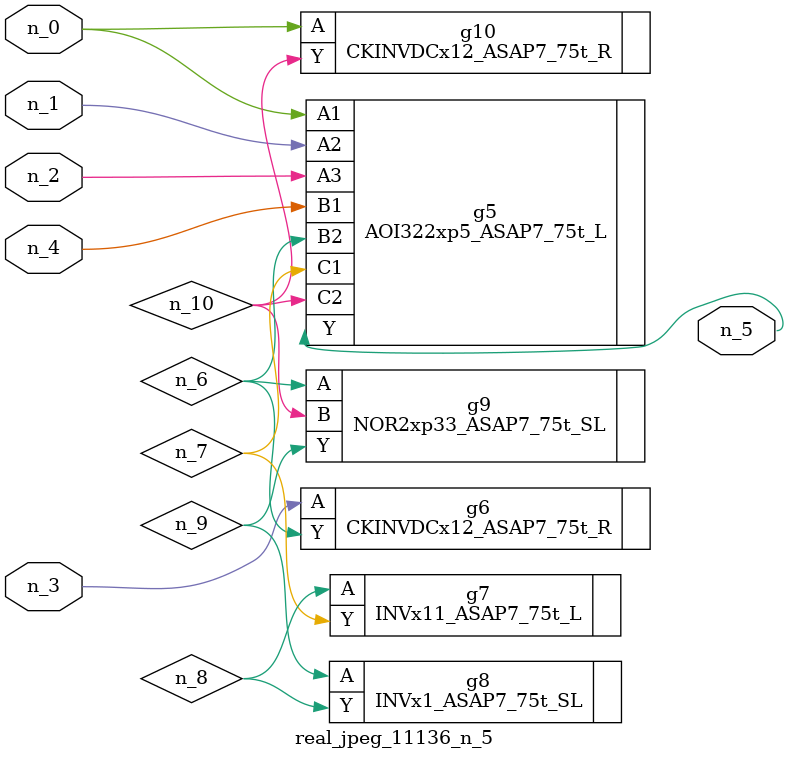
<source format=v>
module real_jpeg_11136_n_5 (n_4, n_0, n_1, n_2, n_3, n_5);

input n_4;
input n_0;
input n_1;
input n_2;
input n_3;

output n_5;

wire n_8;
wire n_6;
wire n_7;
wire n_10;
wire n_9;

AOI322xp5_ASAP7_75t_L g5 ( 
.A1(n_0),
.A2(n_1),
.A3(n_2),
.B1(n_4),
.B2(n_6),
.C1(n_7),
.C2(n_10),
.Y(n_5)
);

CKINVDCx12_ASAP7_75t_R g10 ( 
.A(n_0),
.Y(n_10)
);

CKINVDCx12_ASAP7_75t_R g6 ( 
.A(n_3),
.Y(n_6)
);

NOR2xp33_ASAP7_75t_SL g9 ( 
.A(n_6),
.B(n_10),
.Y(n_9)
);

INVx11_ASAP7_75t_L g7 ( 
.A(n_8),
.Y(n_7)
);

INVx1_ASAP7_75t_SL g8 ( 
.A(n_9),
.Y(n_8)
);


endmodule
</source>
